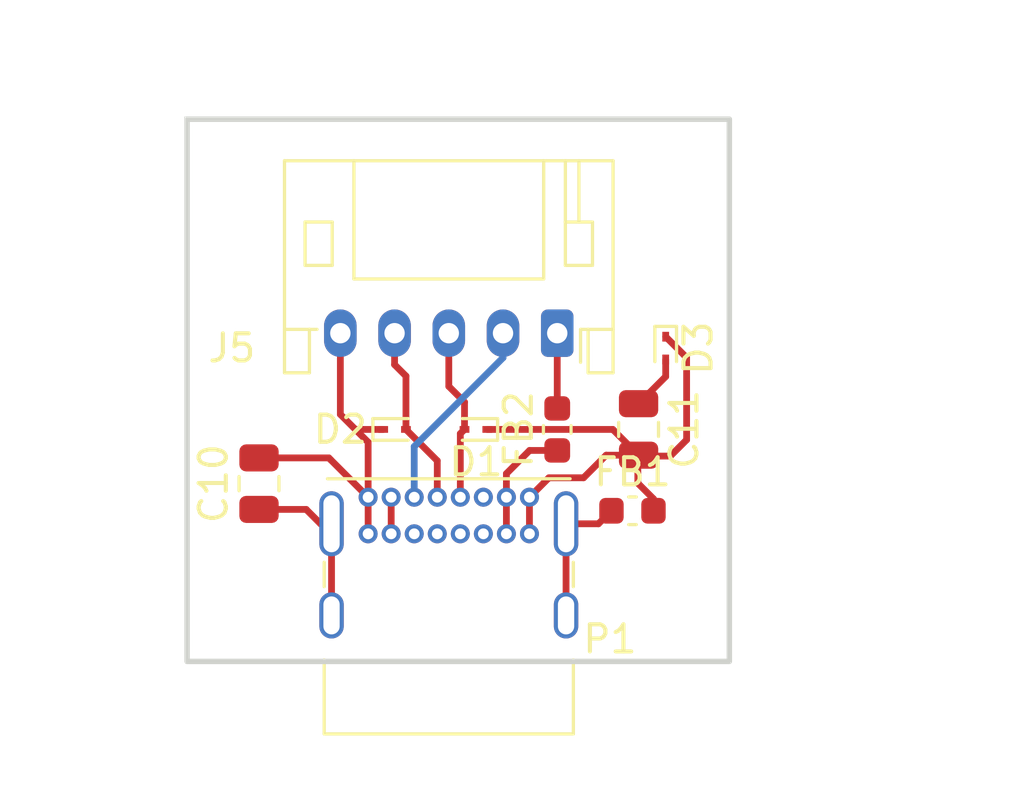
<source format=kicad_pcb>
(kicad_pcb (version 20211014) (generator pcbnew)
  (title_block (title "Libre-MIG PCB Full") (date "2022-10-10") (rev "v0.1"))
  (layers (0 "F.Cu" signal) (31 "B.Cu" signal) (34 "B.Paste" user) (35 "F.Paste" user) (36 "B.SilkS" user "B.Silkscreen") (37 "F.SilkS" user "F.Silkscreen") (38 "B.Mask" user) (39 "F.Mask" user) (44 "Edge.Cuts" user))
  (net 0 "")
  (net 1 "Net-(C10-Pad1)")
  (net 2 "Net-(D1-Pad2)")
  (net 3 "Net-(D2-Pad2)")
  (net 4 "Net-(FB2-Pad1)")
  (net 5 "+5V")
  (net 6 "Net-(J5-Pad2)")
  (net 7 "GND")
  (footprint "MountingHole:MountingHole_3.2mm_M3" (layer "F.Cu") (at 108.601 187.699)
    (fp_text reference "REF**" hide)
    (fp_text value "MountingHole_3.2mm_M3" hide)
    (pad "" np_thru_hole circle (at 0.13 -0.15) (size 3.2 3.2) (drill 3.2) (layers F&B.Cu *.Mask))
  )
  (footprint "Diode_SMD:D_SOD-923" (layer "F.Cu") (at 117.009 181.666 180)
    (fp_text reference "D1" (at 0 -1.2) (layer "F.SilkS"))
    (fp_text value "ESD9B3.3ST5G")
    (fp_line (start 0.5 0.4) (end -0.8 0.4) (layer "F.SilkS") (width 0.12))
    (fp_line (start 0.5 -0.4) (end -0.8 -0.4) (layer "F.SilkS") (width 0.12))
    (fp_line (start -0.8 -0.4) (end -0.8 0.4) (layer "F.SilkS") (width 0.12))
    (pad "1" smd rect (at -0.42 0) (size 0.36 0.25) (layers "F.Cu" "F.Paste" "F.Mask") (net 7 "GND"))
    (pad "2" smd rect (at 0.42 0) (size 0.36 0.25) (layers "F.Cu" "F.Paste" "F.Mask") (net 2 "Net-(D1-Pad2)"))
  )
  (footprint "Capacitor_SMD:C_0603_1608Metric" (layer "F.Cu") (at 120.009 181.666 90)
    (fp_text reference "FB2" (at 0 -1.43 90) (layer "F.SilkS"))
    (fp_text value "BLM18BA470SZ1D")
    (fp_line (start -0.14058 -0.51) (end 0.14058 -0.51) (layer "F.SilkS") (width 0.12))
    (fp_line (start -0.14058 0.51) (end 0.14058 0.51) (layer "F.SilkS") (width 0.12))
    (pad "1" smd roundrect (at -0.775 0 90) (size 0.9 0.95) (layers "F.Cu" "F.Paste" "F.Mask") (net 4 "Net-(FB2-Pad1)"))
    (pad "2" smd roundrect (at 0.775 0 90) (size 0.9 0.95) (layers "F.Cu" "F.Paste" "F.Mask") (net 5 "+5V"))
  )
  (footprint "Connector_USB:USB_C_Receptacle_GCT_USB4085" (layer "F.Cu") (at 113.034 184.166)
    (fp_text reference "P1" (at 8.917 5.233) (layer "F.SilkS"))
    (fp_text value "USB_C_Plug_USB2.0")
    (fp_line (start -1.62 8.73) (end 7.57 8.73) (layer "F.SilkS") (width 0.12))
    (fp_line (start -1.62 6) (end -1.62 8.73) (layer "F.SilkS") (width 0.12))
    (fp_line (start 7.57 2.4) (end 7.57 3.3) (layer "F.SilkS") (width 0.12))
    (fp_line (start 7.57 6) (end 7.57 8.73) (layer "F.SilkS") (width 0.12))
    (fp_line (start -1.5 -0.68) (end 7.45 -0.68) (layer "F.SilkS") (width 0.12))
    (fp_line (start -1.62 2.4) (end -1.62 3.3) (layer "F.SilkS") (width 0.12))
    (pad "A1" thru_hole circle (at 0 0) (size 0.7 0.7) (drill 0.4) (layers *.Cu *.Mask) (net 7 "GND"))
    (pad "A4" thru_hole circle (at 0.85 0) (size 0.7 0.7) (drill 0.4) (layers *.Cu *.Mask) (net 4 "Net-(FB2-Pad1)"))
    (pad "A5" thru_hole circle (at 1.7 0) (size 0.7 0.7) (drill 0.4) (layers *.Cu *.Mask) (net 6 "Net-(J5-Pad2)"))
    (pad "A6" thru_hole circle (at 2.55 0) (size 0.7 0.7) (drill 0.4) (layers *.Cu *.Mask) (net 3 "Net-(D2-Pad2)"))
    (pad "A7" thru_hole circle (at 3.4 0) (size 0.7 0.7) (drill 0.4) (layers *.Cu *.Mask) (net 2 "Net-(D1-Pad2)"))
    (pad "A8" thru_hole circle (at 4.25 0) (size 0.7 0.7) (drill 0.4) (layers *.Cu *.Mask))
    (pad "A9" thru_hole circle (at 5.1 0) (size 0.7 0.7) (drill 0.4) (layers *.Cu *.Mask) (net 4 "Net-(FB2-Pad1)"))
    (pad "A12" thru_hole circle (at 5.95 0) (size 0.7 0.7) (drill 0.4) (layers *.Cu *.Mask) (net 7 "GND"))
    (pad "B1" thru_hole circle (at 5.95 1.35) (size 0.7 0.7) (drill 0.4) (layers *.Cu *.Mask) (net 7 "GND"))
    (pad "B4" thru_hole circle (at 5.1 1.35) (size 0.7 0.7) (drill 0.4) (layers *.Cu *.Mask) (net 4 "Net-(FB2-Pad1)"))
    (pad "B5" thru_hole circle (at 4.25 1.35) (size 0.7 0.7) (drill 0.4) (layers *.Cu *.Mask))
    (pad "B6" thru_hole circle (at 3.4 1.35) (size 0.7 0.7) (drill 0.4) (layers *.Cu *.Mask))
    (pad "B7" thru_hole circle (at 2.55 1.35) (size 0.7 0.7) (drill 0.4) (layers *.Cu *.Mask))
    (pad "B8" thru_hole circle (at 1.7 1.35) (size 0.7 0.7) (drill 0.4) (layers *.Cu *.Mask))
    (pad "B9" thru_hole circle (at 0.85 1.35) (size 0.7 0.7) (drill 0.4) (layers *.Cu *.Mask) (net 4 "Net-(FB2-Pad1)"))
    (pad "B12" thru_hole circle (at 0 1.35) (size 0.7 0.7) (drill 0.4) (layers *.Cu *.Mask) (net 7 "GND"))
    (pad "S1" thru_hole oval (at -1.35 0.98) (size 0.9 2.4) (drill oval 0.6 2.1) (layers *.Cu *.Mask) (net 1 "Net-(C10-Pad1)"))
    (pad "S1" thru_hole oval (at 7.3 0.98) (size 0.9 2.4) (drill oval 0.6 2.1) (layers *.Cu *.Mask) (net 1 "Net-(C10-Pad1)"))
    (pad "S1" thru_hole oval (at 7.3 4.36) (size 0.9 1.7) (drill oval 0.6 1.4) (layers *.Cu *.Mask) (net 1 "Net-(C10-Pad1)"))
    (pad "S1" thru_hole oval (at -1.35 4.36) (size 0.9 1.7) (drill oval 0.6 1.4) (layers *.Cu *.Mask) (net 1 "Net-(C10-Pad1)"))
  )
  (footprint "Diode_SMD:D_SOD-923" (layer "F.Cu") (at 114.009 181.666)
    (fp_text reference "D2" (at -2 0) (layer "F.SilkS"))
    (fp_text value "ESD9B3.3ST5G")
    (fp_line (start 0.5 0.4) (end -0.8 0.4) (layer "F.SilkS") (width 0.12))
    (fp_line (start -0.8 -0.4) (end -0.8 0.4) (layer "F.SilkS") (width 0.12))
    (fp_line (start 0.5 -0.4) (end -0.8 -0.4) (layer "F.SilkS") (width 0.12))
    (pad "1" smd rect (at -0.42 0 180) (size 0.36 0.25) (layers "F.Cu" "F.Paste" "F.Mask") (net 7 "GND"))
    (pad "2" smd rect (at 0.42 0 180) (size 0.36 0.25) (layers "F.Cu" "F.Paste" "F.Mask") (net 3 "Net-(D2-Pad2)"))
  )
  (footprint "Capacitor_SMD:C_0805_2012Metric" (layer "F.Cu") (at 123.009 181.666 -90)
    (fp_text reference "C11" (at 0 -1.68 90) (layer "F.SilkS"))
    (fp_text value "10nF")
    (fp_line (start -0.261252 0.735) (end 0.261252 0.735) (layer "F.SilkS") (width 0.12))
    (fp_line (start -0.261252 -0.735) (end 0.261252 -0.735) (layer "F.SilkS") (width 0.12))
    (pad "1" smd roundrect (at -0.95 0 270) (size 1 1.45) (layers "F.Cu" "F.Paste" "F.Mask") (net 5 "+5V"))
    (pad "2" smd roundrect (at 0.95 0 270) (size 1 1.45) (layers "F.Cu" "F.Paste" "F.Mask") (net 7 "GND"))
  )
  (footprint "MountingHole:MountingHole_3.2mm_M3" (layer "F.Cu") (at 123.781 187.599)
    (fp_text reference "REF**" hide)
    (fp_text value "MountingHole_3.2mm_M3" hide)
    (pad "" np_thru_hole circle (at 0.2 -0.05) (size 3.2 3.2) (drill 3.2) (layers F&B.Cu *.Mask))
  )
  (footprint "Diode_SMD:D_SOD-923" (layer "F.Cu") (at 124.009 178.666 -90)
    (fp_text reference "D3" (at 0 -1.2 90) (layer "F.SilkS"))
    (fp_text value "ESD9B5.0ST5G")
    (fp_line (start 0.5 0.4) (end -0.8 0.4) (layer "F.SilkS") (width 0.12))
    (fp_line (start 0.5 -0.4) (end -0.8 -0.4) (layer "F.SilkS") (width 0.12))
    (fp_line (start -0.8 -0.4) (end -0.8 0.4) (layer "F.SilkS") (width 0.12))
    (pad "1" smd rect (at -0.42 0 90) (size 0.36 0.25) (layers "F.Cu" "F.Paste" "F.Mask") (net 7 "GND"))
    (pad "2" smd rect (at 0.42 0 90) (size 0.36 0.25) (layers "F.Cu" "F.Paste" "F.Mask") (net 5 "+5V"))
  )
  (footprint "Capacitor_SMD:C_0805_2012Metric" (layer "F.Cu") (at 109.009 183.666 90)
    (fp_text reference "C10" (at 0 -1.68 90) (layer "F.SilkS"))
    (fp_text value "100nF")
    (fp_line (start -0.261252 -0.735) (end 0.261252 -0.735) (layer "F.SilkS") (width 0.12))
    (fp_line (start -0.261252 0.735) (end 0.261252 0.735) (layer "F.SilkS") (width 0.12))
    (pad "1" smd roundrect (at -0.95 0 90) (size 1 1.45) (layers "F.Cu" "F.Paste" "F.Mask") (net 1 "Net-(C10-Pad1)"))
    (pad "2" smd roundrect (at 0.95 0 90) (size 1 1.45) (layers "F.Cu" "F.Paste" "F.Mask") (net 7 "GND"))
  )
  (footprint "Capacitor_SMD:C_0603_1608Metric" (layer "F.Cu") (at 122.784 184.666)
    (fp_text reference "FB1" (at 0 -1.43) (layer "F.SilkS"))
    (fp_text value "BLM18BA470SZ1D")
    (fp_line (start -0.14058 0.51) (end 0.14058 0.51) (layer "F.SilkS") (width 0.12))
    (fp_line (start -0.14058 -0.51) (end 0.14058 -0.51) (layer "F.SilkS") (width 0.12))
    (pad "1" smd roundrect (at -0.775 0) (size 0.9 0.95) (layers "F.Cu" "F.Paste" "F.Mask") (net 1 "Net-(C10-Pad1)"))
    (pad "2" smd roundrect (at 0.775 0) (size 0.9 0.95) (layers "F.Cu" "F.Paste" "F.Mask") (net 7 "GND"))
  )
  (footprint "Connector_JST:JST_PH_S5B-PH-K_1x05_P2.00mm_Horizontal" (layer "F.Cu") (at 120.009 178.116 180)
    (fp_text reference "J5" (at 12 -0.55) (layer "F.SilkS"))
    (fp_text value "Conn_01x05")
    (fp_line (start -1.14 0.14) (end -1.14 -1.46) (layer "F.SilkS") (width 0.12))
    (fp_line (start 8.3 4.1) (end 8.3 2.5) (layer "F.SilkS") (width 0.12))
    (fp_line (start -1.3 2.5) (end -1.3 4.1) (layer "F.SilkS") (width 0.12))
    (fp_line (start -2.06 -1.46) (end -2.06 6.36) (layer "F.SilkS") (width 0.12))
    (fp_line (start 0.5 2) (end 7.5 2) (layer "F.SilkS") (width 0.12))
    (fp_line (start -2.06 0.14) (end -1.14 0.14) (layer "F.SilkS") (width 0.12))
    (fp_line (start 9.3 2.5) (end 9.3 4.1) (layer "F.SilkS") (width 0.12))
    (fp_line (start -0.3 4.1) (end -0.3 6.36) (layer "F.SilkS") (width 0.12))
    (fp_line (start -0.86 0.14) (end -1.14 0.14) (layer "F.SilkS") (width 0.12))
    (fp_line (start -2.06 6.36) (end 10.06 6.36) (layer "F.SilkS") (width 0.12))
    (fp_line (start -1.14 -1.46) (end -2.06 -1.46) (layer "F.SilkS") (width 0.12))
    (fp_line (start 9.14 -1.46) (end 9.14 0.14) (layer "F.SilkS") (width 0.12))
    (fp_line (start 7.5 2) (end 7.5 6.36) (layer "F.SilkS") (width 0.12))
    (fp_line (start 9.3 4.1) (end 8.3 4.1) (layer "F.SilkS") (width 0.12))
    (fp_line (start -0.86 0.14) (end -0.86 -1.075) (layer "F.SilkS") (width 0.12))
    (fp_line (start -1.3 4.1) (end -0.3 4.1) (layer "F.SilkS") (width 0.12))
    (fp_line (start -0.3 4.1) (end -0.3 2.5) (layer "F.SilkS") (width 0.12))
    (fp_line (start -0.8 4.1) (end -0.8 6.36) (layer "F.SilkS") (width 0.12))
    (fp_line (start -0.3 2.5) (end -1.3 2.5) (layer "F.SilkS") (width 0.12))
    (fp_line (start 10.06 0.14) (end 9.14 0.14) (layer "F.SilkS") (width 0.12))
    (fp_line (start 9.14 0.14) (end 8.86 0.14) (layer "F.SilkS") (width 0.12))
    (fp_line (start 0.5 6.36) (end 0.5 2) (layer "F.SilkS") (width 0.12))
    (fp_line (start 8.3 2.5) (end 9.3 2.5) (layer "F.SilkS") (width 0.12))
    (fp_line (start 10.06 6.36) (end 10.06 -1.46) (layer "F.SilkS") (width 0.12))
    (fp_line (start 10.06 -1.46) (end 9.14 -1.46) (layer "F.SilkS") (width 0.12))
    (pad "1" thru_hole roundrect (at 0 0 180) (size 1.2 1.75) (drill 0.75) (layers *.Cu *.Mask) (roundrect_rratio 0.208333) (net 5 "+5V"))
    (pad "2" thru_hole oval (at 2 0 180) (size 1.2 1.75) (drill 0.75) (layers *.Cu *.Mask) (net 6 "Net-(J5-Pad2)"))
    (pad "3" thru_hole oval (at 4 0 180) (size 1.2 1.75) (drill 0.75) (layers *.Cu *.Mask) (net 2 "Net-(D1-Pad2)"))
    (pad "4" thru_hole oval (at 6 0 180) (size 1.2 1.75) (drill 0.75) (layers *.Cu *.Mask) (net 3 "Net-(D2-Pad2)"))
    (pad "5" thru_hole oval (at 8 0 180) (size 1.2 1.75) (drill 0.75) (layers *.Cu *.Mask) (net 7 "GND"))
  )
  (gr_rect (start 126.357 190.223) (end 106.357 170.223) (layer "Edge.Cuts") (width 0.2) (fill none))
  (segment (start 110.748 184.616) (end 111.278 185.146) (width 0.25) (layer "F.Cu") (net 1))
  (segment (start 120.334 188.526) (end 120.334 185.146) (width 0.25) (layer "F.Cu") (net 1))
  (segment (start 120.334 185.146) (end 121.529 185.146) (width 0.25) (layer "F.Cu") (net 1))
  (segment (start 111.684 188.526) (end 111.684 185.146) (width 0.25) (layer "F.Cu") (net 1))
  (segment (start 109.009 184.616) (end 110.748 184.616) (width 0.25) (layer "F.Cu") (net 1))
  (segment (start 121.529 185.146) (end 122.009 184.666) (width 0.25) (layer "F.Cu") (net 1))
  (segment (start 111.278 185.146) (end 111.684 185.146) (width 0.25) (layer "F.Cu") (net 1))
  (segment (start 116.434 181.821) (end 116.589 181.666) (width 0.25) (layer "F.Cu") (net 2))
  (segment (start 116.434 184.166) (end 116.434 181.821) (width 0.25) (layer "F.Cu") (net 2))
  (segment (start 116.009 180.077) (end 116.009 178.116) (width 0.25) (layer "F.Cu") (net 2))
  (segment (start 116.589 181.666) (end 116.589 180.657) (width 0.25) (layer "F.Cu") (net 2))
  (segment (start 116.589 180.657) (end 116.009 180.077) (width 0.25) (layer "F.Cu") (net 2))
  (segment (start 114.009 178.116) (end 114.009 179.277) (width 0.25) (layer "F.Cu") (net 3))
  (segment (start 114.009 179.277) (end 114.429 179.697) (width 0.25) (layer "F.Cu") (net 3))
  (segment (start 115.584 182.821) (end 114.429 181.666) (width 0.25) (layer "F.Cu") (net 3))
  (segment (start 115.584 184.166) (end 115.584 182.821) (width 0.25) (layer "F.Cu") (net 3))
  (segment (start 114.429 179.697) (end 114.429 181.666) (width 0.25) (layer "F.Cu") (net 3))
  (segment (start 118.134 183.296) (end 118.989 182.441) (width 0.25) (layer "F.Cu") (net 4))
  (segment (start 118.989 182.441) (end 120.009 182.441) (width 0.25) (layer "F.Cu") (net 4))
  (segment (start 118.134 184.166) (end 118.134 185.516) (width 0.25) (layer "F.Cu") (net 4))
  (segment (start 113.884 184.166) (end 113.884 185.516) (width 0.25) (layer "F.Cu") (net 4))
  (segment (start 118.134 184.166) (end 118.134 183.296) (width 0.25) (layer "F.Cu") (net 4))
  (segment (start 124.009 179.716) (end 123.009 180.716) (width 0.25) (layer "F.Cu") (net 5))
  (segment (start 124.009 179.086) (end 124.009 179.716) (width 0.25) (layer "F.Cu") (net 5))
  (segment (start 120.009 180.891) (end 120.009 178.116) (width 0.25) (layer "F.Cu") (net 5))
  (segment (start 118.009 179.021) (end 114.734 182.296) (width 0.25) (layer "B.Cu") (net 6))
  (segment (start 118.009 178.116) (end 118.009 179.021) (width 0.25) (layer "B.Cu") (net 6))
  (segment (start 114.734 182.296) (end 114.734 184.166) (width 0.25) (layer "B.Cu") (net 6))
  (segment (start 123.559 184.227) (end 122.981 183.649) (width 0.25) (layer "F.Cu") (net 7))
  (segment (start 121.814 182.616) (end 123.009 182.616) (width 0.25) (layer "F.Cu") (net 7))
  (segment (start 113.034 184.166) (end 111.649 182.781) (width 0.25) (layer "F.Cu") (net 7))
  (segment (start 122.981 183.649) (end 122.981 182.644) (width 0.25) (layer "F.Cu") (net 7))
  (segment (start 124.009 178.246) (end 124.781 179.018) (width 0.25) (layer "F.Cu") (net 7))
  (segment (start 113.034 182.136) (end 113.034 184.166) (width 0.25) (layer "F.Cu") (net 7))
  (segment (start 111.649 182.781) (end 111.584 182.716) (width 0.25) (layer "F.Cu") (net 7))
  (segment (start 112.009 181.111) (end 112.564 181.666) (width 0.25) (layer "F.Cu") (net 7))
  (segment (start 124.781 179.018) (end 124.781 182.049) (width 0.25) (layer "F.Cu") (net 7))
  (segment (start 118.984 184.166) (end 119.701 183.449) (width 0.25) (layer "F.Cu") (net 7))
  (segment (start 112.009 178.116) (end 112.009 181.111) (width 0.25) (layer "F.Cu") (net 7))
  (segment (start 123.042 182.649) (end 123.009 182.616) (width 0.25) (layer "F.Cu") (net 7))
  (segment (start 117.429 181.666) (end 122.059 181.666) (width 0.25) (layer "F.Cu") (net 7))
  (segment (start 124.781 182.049) (end 124.181 182.649) (width 0.25) (layer "F.Cu") (net 7))
  (segment (start 124.181 182.649) (end 123.042 182.649) (width 0.25) (layer "F.Cu") (net 7))
  (segment (start 112.564 181.666) (end 113.034 182.136) (width 0.25) (layer "F.Cu") (net 7))
  (segment (start 113.589 181.666) (end 112.564 181.666) (width 0.25) (layer "F.Cu") (net 7))
  (segment (start 122.059 181.666) (end 123.009 182.616) (width 0.25) (layer "F.Cu") (net 7))
  (segment (start 113.034 185.516) (end 113.034 184.166) (width 0.25) (layer "F.Cu") (net 7))
  (segment (start 118.984 184.166) (end 118.984 185.516) (width 0.25) (layer "F.Cu") (net 7))
  (segment (start 111.584 182.716) (end 109.009 182.716) (width 0.25) (layer "F.Cu") (net 7))
  (segment (start 122.981 182.644) (end 123.009 182.616) (width 0.25) (layer "F.Cu") (net 7))
  (segment (start 120.981 183.449) (end 121.814 182.616) (width 0.25) (layer "F.Cu") (net 7))
  (segment (start 119.701 183.449) (end 120.981 183.449) (width 0.25) (layer "F.Cu") (net 7))
  (segment (start 123.559 184.666) (end 123.559 184.227) (width 0.25) (layer "F.Cu") (net 7))
)
</source>
